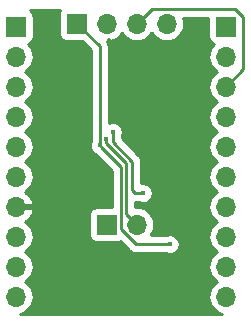
<source format=gbr>
G04 #@! TF.GenerationSoftware,KiCad,Pcbnew,(5.1.4)-1*
G04 #@! TF.CreationDate,2019-11-17T02:46:42+01:00*
G04 #@! TF.ProjectId,STM8_board,53544d38-5f62-46f6-9172-642e6b696361,1.0*
G04 #@! TF.SameCoordinates,Original*
G04 #@! TF.FileFunction,Copper,L2,Bot*
G04 #@! TF.FilePolarity,Positive*
%FSLAX46Y46*%
G04 Gerber Fmt 4.6, Leading zero omitted, Abs format (unit mm)*
G04 Created by KiCad (PCBNEW (5.1.4)-1) date 2019-11-17 02:46:42*
%MOMM*%
%LPD*%
G04 APERTURE LIST*
%ADD10O,1.700000X1.700000*%
%ADD11R,1.700000X1.700000*%
%ADD12C,0.400000*%
%ADD13C,0.250000*%
%ADD14C,0.254000*%
G04 APERTURE END LIST*
D10*
X145923000Y-82550000D03*
X143383000Y-82550000D03*
X140843000Y-82550000D03*
D11*
X138303000Y-82550000D03*
D10*
X143383000Y-99568000D03*
D11*
X140843000Y-99568000D03*
D10*
X150939500Y-105664000D03*
X150939500Y-103124000D03*
X150939500Y-100584000D03*
X150939500Y-98044000D03*
X150939500Y-95504000D03*
X150939500Y-92964000D03*
X150939500Y-90424000D03*
X150939500Y-87884000D03*
X150939500Y-85344000D03*
D11*
X150939500Y-82804000D03*
D10*
X133159500Y-105664000D03*
X133159500Y-103124000D03*
X133159500Y-100584000D03*
X133159500Y-98044000D03*
X133159500Y-95504000D03*
X133159500Y-92964000D03*
X133159500Y-90424000D03*
X133159500Y-87884000D03*
X133159500Y-85344000D03*
D11*
X133159500Y-82804000D03*
D12*
X143065500Y-90424000D03*
X141935490Y-90411010D03*
X140232768Y-92861768D03*
X146177000Y-101219000D03*
X143908000Y-96901000D03*
X141351000Y-91694000D03*
X140757768Y-92329000D03*
D13*
X141948480Y-90424000D02*
X141935490Y-90411010D01*
X143065500Y-90424000D02*
X141948480Y-90424000D01*
X140232768Y-84479768D02*
X138303000Y-82550000D01*
X140232768Y-92861768D02*
X140232768Y-84479768D01*
X142043989Y-94672989D02*
X140432767Y-93061767D01*
X140432767Y-93061767D02*
X140232768Y-92861768D01*
X142043989Y-99967991D02*
X142043989Y-94672989D01*
X143294998Y-101219000D02*
X142043989Y-99967991D01*
X146177000Y-101219000D02*
X143294998Y-101219000D01*
X143256000Y-96901000D02*
X143908000Y-96901000D01*
X143002000Y-96647000D02*
X143256000Y-96901000D01*
X143002000Y-94234000D02*
X143002000Y-96647000D01*
X141351000Y-91694000D02*
X141351000Y-92583000D01*
X141351000Y-92583000D02*
X143002000Y-94234000D01*
X144653000Y-81280000D02*
X151732751Y-81280000D01*
X143383000Y-82550000D02*
X144653000Y-81280000D01*
X151732751Y-81280000D02*
X152400000Y-81947249D01*
X152400000Y-81947249D02*
X152400000Y-86423500D01*
X152400000Y-86423500D02*
X150939500Y-87884000D01*
X142494000Y-98679000D02*
X143383000Y-99568000D01*
X142494000Y-94362410D02*
X142494000Y-98679000D01*
X140757768Y-92329000D02*
X140757768Y-92626178D01*
X140757768Y-92626178D02*
X142494000Y-94362410D01*
D14*
G36*
X136863498Y-81455820D02*
G01*
X136827188Y-81575518D01*
X136814928Y-81700000D01*
X136814928Y-83400000D01*
X136827188Y-83524482D01*
X136863498Y-83644180D01*
X136922463Y-83754494D01*
X137001815Y-83851185D01*
X137098506Y-83930537D01*
X137208820Y-83989502D01*
X137328518Y-84025812D01*
X137453000Y-84038072D01*
X138716271Y-84038072D01*
X139472769Y-84794571D01*
X139472768Y-92514611D01*
X139429857Y-92618208D01*
X139397768Y-92779528D01*
X139397768Y-92944008D01*
X139429857Y-93105328D01*
X139492801Y-93257289D01*
X139584181Y-93394049D01*
X139700487Y-93510355D01*
X139837247Y-93601735D01*
X139940846Y-93644647D01*
X141283990Y-94987792D01*
X141283989Y-98079928D01*
X139993000Y-98079928D01*
X139868518Y-98092188D01*
X139748820Y-98128498D01*
X139638506Y-98187463D01*
X139541815Y-98266815D01*
X139462463Y-98363506D01*
X139403498Y-98473820D01*
X139367188Y-98593518D01*
X139354928Y-98718000D01*
X139354928Y-100418000D01*
X139367188Y-100542482D01*
X139403498Y-100662180D01*
X139462463Y-100772494D01*
X139541815Y-100869185D01*
X139638506Y-100948537D01*
X139748820Y-101007502D01*
X139868518Y-101043812D01*
X139993000Y-101056072D01*
X141693000Y-101056072D01*
X141817482Y-101043812D01*
X141937180Y-101007502D01*
X141983787Y-100982590D01*
X142731199Y-101730003D01*
X142754997Y-101759001D01*
X142783995Y-101782799D01*
X142870721Y-101853974D01*
X143002751Y-101924546D01*
X143146012Y-101968003D01*
X143257665Y-101979000D01*
X143257675Y-101979000D01*
X143294998Y-101982676D01*
X143332321Y-101979000D01*
X145829843Y-101979000D01*
X145933440Y-102021911D01*
X146094760Y-102054000D01*
X146259240Y-102054000D01*
X146420560Y-102021911D01*
X146572521Y-101958967D01*
X146709281Y-101867587D01*
X146825587Y-101751281D01*
X146916967Y-101614521D01*
X146979911Y-101462560D01*
X147012000Y-101301240D01*
X147012000Y-101136760D01*
X146979911Y-100975440D01*
X146916967Y-100823479D01*
X146825587Y-100686719D01*
X146709281Y-100570413D01*
X146572521Y-100479033D01*
X146420560Y-100416089D01*
X146259240Y-100384000D01*
X146094760Y-100384000D01*
X145933440Y-100416089D01*
X145829843Y-100459000D01*
X144572835Y-100459000D01*
X144623706Y-100397014D01*
X144761599Y-100139034D01*
X144846513Y-99859111D01*
X144875185Y-99568000D01*
X144846513Y-99276889D01*
X144761599Y-98996966D01*
X144623706Y-98738986D01*
X144438134Y-98512866D01*
X144212014Y-98327294D01*
X143954034Y-98189401D01*
X143674111Y-98104487D01*
X143455950Y-98083000D01*
X143310050Y-98083000D01*
X143254000Y-98088520D01*
X143254000Y-97664479D01*
X143255999Y-97664676D01*
X143293322Y-97661000D01*
X143560843Y-97661000D01*
X143664440Y-97703911D01*
X143825760Y-97736000D01*
X143990240Y-97736000D01*
X144151560Y-97703911D01*
X144303521Y-97640967D01*
X144440281Y-97549587D01*
X144556587Y-97433281D01*
X144647967Y-97296521D01*
X144710911Y-97144560D01*
X144743000Y-96983240D01*
X144743000Y-96818760D01*
X144710911Y-96657440D01*
X144647967Y-96505479D01*
X144556587Y-96368719D01*
X144440281Y-96252413D01*
X144303521Y-96161033D01*
X144151560Y-96098089D01*
X143990240Y-96066000D01*
X143825760Y-96066000D01*
X143762000Y-96078683D01*
X143762000Y-94271333D01*
X143765677Y-94234000D01*
X143751003Y-94085014D01*
X143707546Y-93941753D01*
X143636974Y-93809724D01*
X143565799Y-93722997D01*
X143542001Y-93693999D01*
X143513004Y-93670202D01*
X142111000Y-92268199D01*
X142111000Y-92041157D01*
X142153911Y-91937560D01*
X142186000Y-91776240D01*
X142186000Y-91611760D01*
X142153911Y-91450440D01*
X142090967Y-91298479D01*
X141999587Y-91161719D01*
X141883281Y-91045413D01*
X141746521Y-90954033D01*
X141594560Y-90891089D01*
X141433240Y-90859000D01*
X141268760Y-90859000D01*
X141107440Y-90891089D01*
X140992768Y-90938587D01*
X140992768Y-84517090D01*
X140996444Y-84479767D01*
X140992768Y-84442444D01*
X140992768Y-84442435D01*
X140981771Y-84330782D01*
X140938314Y-84187521D01*
X140893293Y-84103294D01*
X140867742Y-84055491D01*
X140850925Y-84035000D01*
X140970002Y-84035000D01*
X140970002Y-83870156D01*
X141199890Y-83991476D01*
X141347099Y-83946825D01*
X141609920Y-83821641D01*
X141843269Y-83647588D01*
X142038178Y-83431355D01*
X142107799Y-83314477D01*
X142142294Y-83379014D01*
X142327866Y-83605134D01*
X142553986Y-83790706D01*
X142811966Y-83928599D01*
X143091889Y-84013513D01*
X143310050Y-84035000D01*
X143455950Y-84035000D01*
X143674111Y-84013513D01*
X143954034Y-83928599D01*
X144212014Y-83790706D01*
X144438134Y-83605134D01*
X144623706Y-83379014D01*
X144653000Y-83324209D01*
X144682294Y-83379014D01*
X144867866Y-83605134D01*
X145093986Y-83790706D01*
X145351966Y-83928599D01*
X145631889Y-84013513D01*
X145850050Y-84035000D01*
X145995950Y-84035000D01*
X146214111Y-84013513D01*
X146494034Y-83928599D01*
X146752014Y-83790706D01*
X146978134Y-83605134D01*
X147163706Y-83379014D01*
X147301599Y-83121034D01*
X147386513Y-82841111D01*
X147415185Y-82550000D01*
X147386513Y-82258889D01*
X147320114Y-82040000D01*
X149451428Y-82040000D01*
X149451428Y-83654000D01*
X149463688Y-83778482D01*
X149499998Y-83898180D01*
X149558963Y-84008494D01*
X149638315Y-84105185D01*
X149735006Y-84184537D01*
X149845320Y-84243502D01*
X149914187Y-84264393D01*
X149884366Y-84288866D01*
X149698794Y-84514986D01*
X149560901Y-84772966D01*
X149475987Y-85052889D01*
X149447315Y-85344000D01*
X149475987Y-85635111D01*
X149560901Y-85915034D01*
X149698794Y-86173014D01*
X149884366Y-86399134D01*
X150110486Y-86584706D01*
X150165291Y-86614000D01*
X150110486Y-86643294D01*
X149884366Y-86828866D01*
X149698794Y-87054986D01*
X149560901Y-87312966D01*
X149475987Y-87592889D01*
X149447315Y-87884000D01*
X149475987Y-88175111D01*
X149560901Y-88455034D01*
X149698794Y-88713014D01*
X149884366Y-88939134D01*
X150110486Y-89124706D01*
X150165291Y-89154000D01*
X150110486Y-89183294D01*
X149884366Y-89368866D01*
X149698794Y-89594986D01*
X149560901Y-89852966D01*
X149475987Y-90132889D01*
X149447315Y-90424000D01*
X149475987Y-90715111D01*
X149560901Y-90995034D01*
X149698794Y-91253014D01*
X149884366Y-91479134D01*
X150110486Y-91664706D01*
X150165291Y-91694000D01*
X150110486Y-91723294D01*
X149884366Y-91908866D01*
X149698794Y-92134986D01*
X149560901Y-92392966D01*
X149475987Y-92672889D01*
X149447315Y-92964000D01*
X149475987Y-93255111D01*
X149560901Y-93535034D01*
X149698794Y-93793014D01*
X149884366Y-94019134D01*
X150110486Y-94204706D01*
X150165291Y-94234000D01*
X150110486Y-94263294D01*
X149884366Y-94448866D01*
X149698794Y-94674986D01*
X149560901Y-94932966D01*
X149475987Y-95212889D01*
X149447315Y-95504000D01*
X149475987Y-95795111D01*
X149560901Y-96075034D01*
X149698794Y-96333014D01*
X149884366Y-96559134D01*
X150110486Y-96744706D01*
X150165291Y-96774000D01*
X150110486Y-96803294D01*
X149884366Y-96988866D01*
X149698794Y-97214986D01*
X149560901Y-97472966D01*
X149475987Y-97752889D01*
X149447315Y-98044000D01*
X149475987Y-98335111D01*
X149560901Y-98615034D01*
X149698794Y-98873014D01*
X149884366Y-99099134D01*
X150110486Y-99284706D01*
X150165291Y-99314000D01*
X150110486Y-99343294D01*
X149884366Y-99528866D01*
X149698794Y-99754986D01*
X149560901Y-100012966D01*
X149475987Y-100292889D01*
X149447315Y-100584000D01*
X149475987Y-100875111D01*
X149560901Y-101155034D01*
X149698794Y-101413014D01*
X149884366Y-101639134D01*
X150110486Y-101824706D01*
X150165291Y-101854000D01*
X150110486Y-101883294D01*
X149884366Y-102068866D01*
X149698794Y-102294986D01*
X149560901Y-102552966D01*
X149475987Y-102832889D01*
X149447315Y-103124000D01*
X149475987Y-103415111D01*
X149560901Y-103695034D01*
X149698794Y-103953014D01*
X149884366Y-104179134D01*
X150110486Y-104364706D01*
X150165291Y-104394000D01*
X150110486Y-104423294D01*
X149884366Y-104608866D01*
X149698794Y-104834986D01*
X149560901Y-105092966D01*
X149475987Y-105372889D01*
X149447315Y-105664000D01*
X149475987Y-105955111D01*
X149560901Y-106235034D01*
X149698794Y-106493014D01*
X149884366Y-106719134D01*
X150110486Y-106904706D01*
X150368466Y-107042599D01*
X150597250Y-107112000D01*
X133501750Y-107112000D01*
X133730534Y-107042599D01*
X133988514Y-106904706D01*
X134214634Y-106719134D01*
X134400206Y-106493014D01*
X134538099Y-106235034D01*
X134623013Y-105955111D01*
X134651685Y-105664000D01*
X134623013Y-105372889D01*
X134538099Y-105092966D01*
X134400206Y-104834986D01*
X134214634Y-104608866D01*
X133988514Y-104423294D01*
X133933709Y-104394000D01*
X133988514Y-104364706D01*
X134214634Y-104179134D01*
X134400206Y-103953014D01*
X134538099Y-103695034D01*
X134623013Y-103415111D01*
X134651685Y-103124000D01*
X134623013Y-102832889D01*
X134538099Y-102552966D01*
X134400206Y-102294986D01*
X134214634Y-102068866D01*
X133988514Y-101883294D01*
X133933709Y-101854000D01*
X133988514Y-101824706D01*
X134214634Y-101639134D01*
X134400206Y-101413014D01*
X134538099Y-101155034D01*
X134623013Y-100875111D01*
X134651685Y-100584000D01*
X134623013Y-100292889D01*
X134538099Y-100012966D01*
X134400206Y-99754986D01*
X134214634Y-99528866D01*
X133988514Y-99343294D01*
X133923977Y-99308799D01*
X134040855Y-99239178D01*
X134257088Y-99044269D01*
X134431141Y-98810920D01*
X134556325Y-98548099D01*
X134600976Y-98400890D01*
X134479655Y-98171000D01*
X133286500Y-98171000D01*
X133286500Y-98191000D01*
X133032500Y-98191000D01*
X133032500Y-98171000D01*
X133012500Y-98171000D01*
X133012500Y-97917000D01*
X133032500Y-97917000D01*
X133032500Y-97897000D01*
X133286500Y-97897000D01*
X133286500Y-97917000D01*
X134479655Y-97917000D01*
X134600976Y-97687110D01*
X134556325Y-97539901D01*
X134431141Y-97277080D01*
X134257088Y-97043731D01*
X134040855Y-96848822D01*
X133923977Y-96779201D01*
X133988514Y-96744706D01*
X134214634Y-96559134D01*
X134400206Y-96333014D01*
X134538099Y-96075034D01*
X134623013Y-95795111D01*
X134651685Y-95504000D01*
X134623013Y-95212889D01*
X134538099Y-94932966D01*
X134400206Y-94674986D01*
X134214634Y-94448866D01*
X133988514Y-94263294D01*
X133933709Y-94234000D01*
X133988514Y-94204706D01*
X134214634Y-94019134D01*
X134400206Y-93793014D01*
X134538099Y-93535034D01*
X134623013Y-93255111D01*
X134651685Y-92964000D01*
X134623013Y-92672889D01*
X134538099Y-92392966D01*
X134400206Y-92134986D01*
X134214634Y-91908866D01*
X133988514Y-91723294D01*
X133933709Y-91694000D01*
X133988514Y-91664706D01*
X134214634Y-91479134D01*
X134400206Y-91253014D01*
X134538099Y-90995034D01*
X134623013Y-90715111D01*
X134651685Y-90424000D01*
X134623013Y-90132889D01*
X134538099Y-89852966D01*
X134400206Y-89594986D01*
X134214634Y-89368866D01*
X133988514Y-89183294D01*
X133933709Y-89154000D01*
X133988514Y-89124706D01*
X134214634Y-88939134D01*
X134400206Y-88713014D01*
X134538099Y-88455034D01*
X134623013Y-88175111D01*
X134651685Y-87884000D01*
X134623013Y-87592889D01*
X134538099Y-87312966D01*
X134400206Y-87054986D01*
X134214634Y-86828866D01*
X133988514Y-86643294D01*
X133933709Y-86614000D01*
X133988514Y-86584706D01*
X134214634Y-86399134D01*
X134400206Y-86173014D01*
X134538099Y-85915034D01*
X134623013Y-85635111D01*
X134651685Y-85344000D01*
X134623013Y-85052889D01*
X134538099Y-84772966D01*
X134400206Y-84514986D01*
X134214634Y-84288866D01*
X134184813Y-84264393D01*
X134253680Y-84243502D01*
X134363994Y-84184537D01*
X134460685Y-84105185D01*
X134540037Y-84008494D01*
X134599002Y-83898180D01*
X134635312Y-83778482D01*
X134647572Y-83654000D01*
X134647572Y-81954000D01*
X134635312Y-81829518D01*
X134599002Y-81709820D01*
X134540037Y-81599506D01*
X134460685Y-81502815D01*
X134374396Y-81432000D01*
X136876230Y-81432000D01*
X136863498Y-81455820D01*
X136863498Y-81455820D01*
G37*
X136863498Y-81455820D02*
X136827188Y-81575518D01*
X136814928Y-81700000D01*
X136814928Y-83400000D01*
X136827188Y-83524482D01*
X136863498Y-83644180D01*
X136922463Y-83754494D01*
X137001815Y-83851185D01*
X137098506Y-83930537D01*
X137208820Y-83989502D01*
X137328518Y-84025812D01*
X137453000Y-84038072D01*
X138716271Y-84038072D01*
X139472769Y-84794571D01*
X139472768Y-92514611D01*
X139429857Y-92618208D01*
X139397768Y-92779528D01*
X139397768Y-92944008D01*
X139429857Y-93105328D01*
X139492801Y-93257289D01*
X139584181Y-93394049D01*
X139700487Y-93510355D01*
X139837247Y-93601735D01*
X139940846Y-93644647D01*
X141283990Y-94987792D01*
X141283989Y-98079928D01*
X139993000Y-98079928D01*
X139868518Y-98092188D01*
X139748820Y-98128498D01*
X139638506Y-98187463D01*
X139541815Y-98266815D01*
X139462463Y-98363506D01*
X139403498Y-98473820D01*
X139367188Y-98593518D01*
X139354928Y-98718000D01*
X139354928Y-100418000D01*
X139367188Y-100542482D01*
X139403498Y-100662180D01*
X139462463Y-100772494D01*
X139541815Y-100869185D01*
X139638506Y-100948537D01*
X139748820Y-101007502D01*
X139868518Y-101043812D01*
X139993000Y-101056072D01*
X141693000Y-101056072D01*
X141817482Y-101043812D01*
X141937180Y-101007502D01*
X141983787Y-100982590D01*
X142731199Y-101730003D01*
X142754997Y-101759001D01*
X142783995Y-101782799D01*
X142870721Y-101853974D01*
X143002751Y-101924546D01*
X143146012Y-101968003D01*
X143257665Y-101979000D01*
X143257675Y-101979000D01*
X143294998Y-101982676D01*
X143332321Y-101979000D01*
X145829843Y-101979000D01*
X145933440Y-102021911D01*
X146094760Y-102054000D01*
X146259240Y-102054000D01*
X146420560Y-102021911D01*
X146572521Y-101958967D01*
X146709281Y-101867587D01*
X146825587Y-101751281D01*
X146916967Y-101614521D01*
X146979911Y-101462560D01*
X147012000Y-101301240D01*
X147012000Y-101136760D01*
X146979911Y-100975440D01*
X146916967Y-100823479D01*
X146825587Y-100686719D01*
X146709281Y-100570413D01*
X146572521Y-100479033D01*
X146420560Y-100416089D01*
X146259240Y-100384000D01*
X146094760Y-100384000D01*
X145933440Y-100416089D01*
X145829843Y-100459000D01*
X144572835Y-100459000D01*
X144623706Y-100397014D01*
X144761599Y-100139034D01*
X144846513Y-99859111D01*
X144875185Y-99568000D01*
X144846513Y-99276889D01*
X144761599Y-98996966D01*
X144623706Y-98738986D01*
X144438134Y-98512866D01*
X144212014Y-98327294D01*
X143954034Y-98189401D01*
X143674111Y-98104487D01*
X143455950Y-98083000D01*
X143310050Y-98083000D01*
X143254000Y-98088520D01*
X143254000Y-97664479D01*
X143255999Y-97664676D01*
X143293322Y-97661000D01*
X143560843Y-97661000D01*
X143664440Y-97703911D01*
X143825760Y-97736000D01*
X143990240Y-97736000D01*
X144151560Y-97703911D01*
X144303521Y-97640967D01*
X144440281Y-97549587D01*
X144556587Y-97433281D01*
X144647967Y-97296521D01*
X144710911Y-97144560D01*
X144743000Y-96983240D01*
X144743000Y-96818760D01*
X144710911Y-96657440D01*
X144647967Y-96505479D01*
X144556587Y-96368719D01*
X144440281Y-96252413D01*
X144303521Y-96161033D01*
X144151560Y-96098089D01*
X143990240Y-96066000D01*
X143825760Y-96066000D01*
X143762000Y-96078683D01*
X143762000Y-94271333D01*
X143765677Y-94234000D01*
X143751003Y-94085014D01*
X143707546Y-93941753D01*
X143636974Y-93809724D01*
X143565799Y-93722997D01*
X143542001Y-93693999D01*
X143513004Y-93670202D01*
X142111000Y-92268199D01*
X142111000Y-92041157D01*
X142153911Y-91937560D01*
X142186000Y-91776240D01*
X142186000Y-91611760D01*
X142153911Y-91450440D01*
X142090967Y-91298479D01*
X141999587Y-91161719D01*
X141883281Y-91045413D01*
X141746521Y-90954033D01*
X141594560Y-90891089D01*
X141433240Y-90859000D01*
X141268760Y-90859000D01*
X141107440Y-90891089D01*
X140992768Y-90938587D01*
X140992768Y-84517090D01*
X140996444Y-84479767D01*
X140992768Y-84442444D01*
X140992768Y-84442435D01*
X140981771Y-84330782D01*
X140938314Y-84187521D01*
X140893293Y-84103294D01*
X140867742Y-84055491D01*
X140850925Y-84035000D01*
X140970002Y-84035000D01*
X140970002Y-83870156D01*
X141199890Y-83991476D01*
X141347099Y-83946825D01*
X141609920Y-83821641D01*
X141843269Y-83647588D01*
X142038178Y-83431355D01*
X142107799Y-83314477D01*
X142142294Y-83379014D01*
X142327866Y-83605134D01*
X142553986Y-83790706D01*
X142811966Y-83928599D01*
X143091889Y-84013513D01*
X143310050Y-84035000D01*
X143455950Y-84035000D01*
X143674111Y-84013513D01*
X143954034Y-83928599D01*
X144212014Y-83790706D01*
X144438134Y-83605134D01*
X144623706Y-83379014D01*
X144653000Y-83324209D01*
X144682294Y-83379014D01*
X144867866Y-83605134D01*
X145093986Y-83790706D01*
X145351966Y-83928599D01*
X145631889Y-84013513D01*
X145850050Y-84035000D01*
X145995950Y-84035000D01*
X146214111Y-84013513D01*
X146494034Y-83928599D01*
X146752014Y-83790706D01*
X146978134Y-83605134D01*
X147163706Y-83379014D01*
X147301599Y-83121034D01*
X147386513Y-82841111D01*
X147415185Y-82550000D01*
X147386513Y-82258889D01*
X147320114Y-82040000D01*
X149451428Y-82040000D01*
X149451428Y-83654000D01*
X149463688Y-83778482D01*
X149499998Y-83898180D01*
X149558963Y-84008494D01*
X149638315Y-84105185D01*
X149735006Y-84184537D01*
X149845320Y-84243502D01*
X149914187Y-84264393D01*
X149884366Y-84288866D01*
X149698794Y-84514986D01*
X149560901Y-84772966D01*
X149475987Y-85052889D01*
X149447315Y-85344000D01*
X149475987Y-85635111D01*
X149560901Y-85915034D01*
X149698794Y-86173014D01*
X149884366Y-86399134D01*
X150110486Y-86584706D01*
X150165291Y-86614000D01*
X150110486Y-86643294D01*
X149884366Y-86828866D01*
X149698794Y-87054986D01*
X149560901Y-87312966D01*
X149475987Y-87592889D01*
X149447315Y-87884000D01*
X149475987Y-88175111D01*
X149560901Y-88455034D01*
X149698794Y-88713014D01*
X149884366Y-88939134D01*
X150110486Y-89124706D01*
X150165291Y-89154000D01*
X150110486Y-89183294D01*
X149884366Y-89368866D01*
X149698794Y-89594986D01*
X149560901Y-89852966D01*
X149475987Y-90132889D01*
X149447315Y-90424000D01*
X149475987Y-90715111D01*
X149560901Y-90995034D01*
X149698794Y-91253014D01*
X149884366Y-91479134D01*
X150110486Y-91664706D01*
X150165291Y-91694000D01*
X150110486Y-91723294D01*
X149884366Y-91908866D01*
X149698794Y-92134986D01*
X149560901Y-92392966D01*
X149475987Y-92672889D01*
X149447315Y-92964000D01*
X149475987Y-93255111D01*
X149560901Y-93535034D01*
X149698794Y-93793014D01*
X149884366Y-94019134D01*
X150110486Y-94204706D01*
X150165291Y-94234000D01*
X150110486Y-94263294D01*
X149884366Y-94448866D01*
X149698794Y-94674986D01*
X149560901Y-94932966D01*
X149475987Y-95212889D01*
X149447315Y-95504000D01*
X149475987Y-95795111D01*
X149560901Y-96075034D01*
X149698794Y-96333014D01*
X149884366Y-96559134D01*
X150110486Y-96744706D01*
X150165291Y-96774000D01*
X150110486Y-96803294D01*
X149884366Y-96988866D01*
X149698794Y-97214986D01*
X149560901Y-97472966D01*
X149475987Y-97752889D01*
X149447315Y-98044000D01*
X149475987Y-98335111D01*
X149560901Y-98615034D01*
X149698794Y-98873014D01*
X149884366Y-99099134D01*
X150110486Y-99284706D01*
X150165291Y-99314000D01*
X150110486Y-99343294D01*
X149884366Y-99528866D01*
X149698794Y-99754986D01*
X149560901Y-100012966D01*
X149475987Y-100292889D01*
X149447315Y-100584000D01*
X149475987Y-100875111D01*
X149560901Y-101155034D01*
X149698794Y-101413014D01*
X149884366Y-101639134D01*
X150110486Y-101824706D01*
X150165291Y-101854000D01*
X150110486Y-101883294D01*
X149884366Y-102068866D01*
X149698794Y-102294986D01*
X149560901Y-102552966D01*
X149475987Y-102832889D01*
X149447315Y-103124000D01*
X149475987Y-103415111D01*
X149560901Y-103695034D01*
X149698794Y-103953014D01*
X149884366Y-104179134D01*
X150110486Y-104364706D01*
X150165291Y-104394000D01*
X150110486Y-104423294D01*
X149884366Y-104608866D01*
X149698794Y-104834986D01*
X149560901Y-105092966D01*
X149475987Y-105372889D01*
X149447315Y-105664000D01*
X149475987Y-105955111D01*
X149560901Y-106235034D01*
X149698794Y-106493014D01*
X149884366Y-106719134D01*
X150110486Y-106904706D01*
X150368466Y-107042599D01*
X150597250Y-107112000D01*
X133501750Y-107112000D01*
X133730534Y-107042599D01*
X133988514Y-106904706D01*
X134214634Y-106719134D01*
X134400206Y-106493014D01*
X134538099Y-106235034D01*
X134623013Y-105955111D01*
X134651685Y-105664000D01*
X134623013Y-105372889D01*
X134538099Y-105092966D01*
X134400206Y-104834986D01*
X134214634Y-104608866D01*
X133988514Y-104423294D01*
X133933709Y-104394000D01*
X133988514Y-104364706D01*
X134214634Y-104179134D01*
X134400206Y-103953014D01*
X134538099Y-103695034D01*
X134623013Y-103415111D01*
X134651685Y-103124000D01*
X134623013Y-102832889D01*
X134538099Y-102552966D01*
X134400206Y-102294986D01*
X134214634Y-102068866D01*
X133988514Y-101883294D01*
X133933709Y-101854000D01*
X133988514Y-101824706D01*
X134214634Y-101639134D01*
X134400206Y-101413014D01*
X134538099Y-101155034D01*
X134623013Y-100875111D01*
X134651685Y-100584000D01*
X134623013Y-100292889D01*
X134538099Y-100012966D01*
X134400206Y-99754986D01*
X134214634Y-99528866D01*
X133988514Y-99343294D01*
X133923977Y-99308799D01*
X134040855Y-99239178D01*
X134257088Y-99044269D01*
X134431141Y-98810920D01*
X134556325Y-98548099D01*
X134600976Y-98400890D01*
X134479655Y-98171000D01*
X133286500Y-98171000D01*
X133286500Y-98191000D01*
X133032500Y-98191000D01*
X133032500Y-98171000D01*
X133012500Y-98171000D01*
X133012500Y-97917000D01*
X133032500Y-97917000D01*
X133032500Y-97897000D01*
X133286500Y-97897000D01*
X133286500Y-97917000D01*
X134479655Y-97917000D01*
X134600976Y-97687110D01*
X134556325Y-97539901D01*
X134431141Y-97277080D01*
X134257088Y-97043731D01*
X134040855Y-96848822D01*
X133923977Y-96779201D01*
X133988514Y-96744706D01*
X134214634Y-96559134D01*
X134400206Y-96333014D01*
X134538099Y-96075034D01*
X134623013Y-95795111D01*
X134651685Y-95504000D01*
X134623013Y-95212889D01*
X134538099Y-94932966D01*
X134400206Y-94674986D01*
X134214634Y-94448866D01*
X133988514Y-94263294D01*
X133933709Y-94234000D01*
X133988514Y-94204706D01*
X134214634Y-94019134D01*
X134400206Y-93793014D01*
X134538099Y-93535034D01*
X134623013Y-93255111D01*
X134651685Y-92964000D01*
X134623013Y-92672889D01*
X134538099Y-92392966D01*
X134400206Y-92134986D01*
X134214634Y-91908866D01*
X133988514Y-91723294D01*
X133933709Y-91694000D01*
X133988514Y-91664706D01*
X134214634Y-91479134D01*
X134400206Y-91253014D01*
X134538099Y-90995034D01*
X134623013Y-90715111D01*
X134651685Y-90424000D01*
X134623013Y-90132889D01*
X134538099Y-89852966D01*
X134400206Y-89594986D01*
X134214634Y-89368866D01*
X133988514Y-89183294D01*
X133933709Y-89154000D01*
X133988514Y-89124706D01*
X134214634Y-88939134D01*
X134400206Y-88713014D01*
X134538099Y-88455034D01*
X134623013Y-88175111D01*
X134651685Y-87884000D01*
X134623013Y-87592889D01*
X134538099Y-87312966D01*
X134400206Y-87054986D01*
X134214634Y-86828866D01*
X133988514Y-86643294D01*
X133933709Y-86614000D01*
X133988514Y-86584706D01*
X134214634Y-86399134D01*
X134400206Y-86173014D01*
X134538099Y-85915034D01*
X134623013Y-85635111D01*
X134651685Y-85344000D01*
X134623013Y-85052889D01*
X134538099Y-84772966D01*
X134400206Y-84514986D01*
X134214634Y-84288866D01*
X134184813Y-84264393D01*
X134253680Y-84243502D01*
X134363994Y-84184537D01*
X134460685Y-84105185D01*
X134540037Y-84008494D01*
X134599002Y-83898180D01*
X134635312Y-83778482D01*
X134647572Y-83654000D01*
X134647572Y-81954000D01*
X134635312Y-81829518D01*
X134599002Y-81709820D01*
X134540037Y-81599506D01*
X134460685Y-81502815D01*
X134374396Y-81432000D01*
X136876230Y-81432000D01*
X136863498Y-81455820D01*
G36*
X140970000Y-82423000D02*
G01*
X140990000Y-82423000D01*
X140990000Y-82677000D01*
X140970000Y-82677000D01*
X140970000Y-82697000D01*
X140716000Y-82697000D01*
X140716000Y-82677000D01*
X140696000Y-82677000D01*
X140696000Y-82423000D01*
X140716000Y-82423000D01*
X140716000Y-82403000D01*
X140970000Y-82403000D01*
X140970000Y-82423000D01*
X140970000Y-82423000D01*
G37*
X140970000Y-82423000D02*
X140990000Y-82423000D01*
X140990000Y-82677000D01*
X140970000Y-82677000D01*
X140970000Y-82697000D01*
X140716000Y-82697000D01*
X140716000Y-82677000D01*
X140696000Y-82677000D01*
X140696000Y-82423000D01*
X140716000Y-82423000D01*
X140716000Y-82403000D01*
X140970000Y-82403000D01*
X140970000Y-82423000D01*
M02*

</source>
